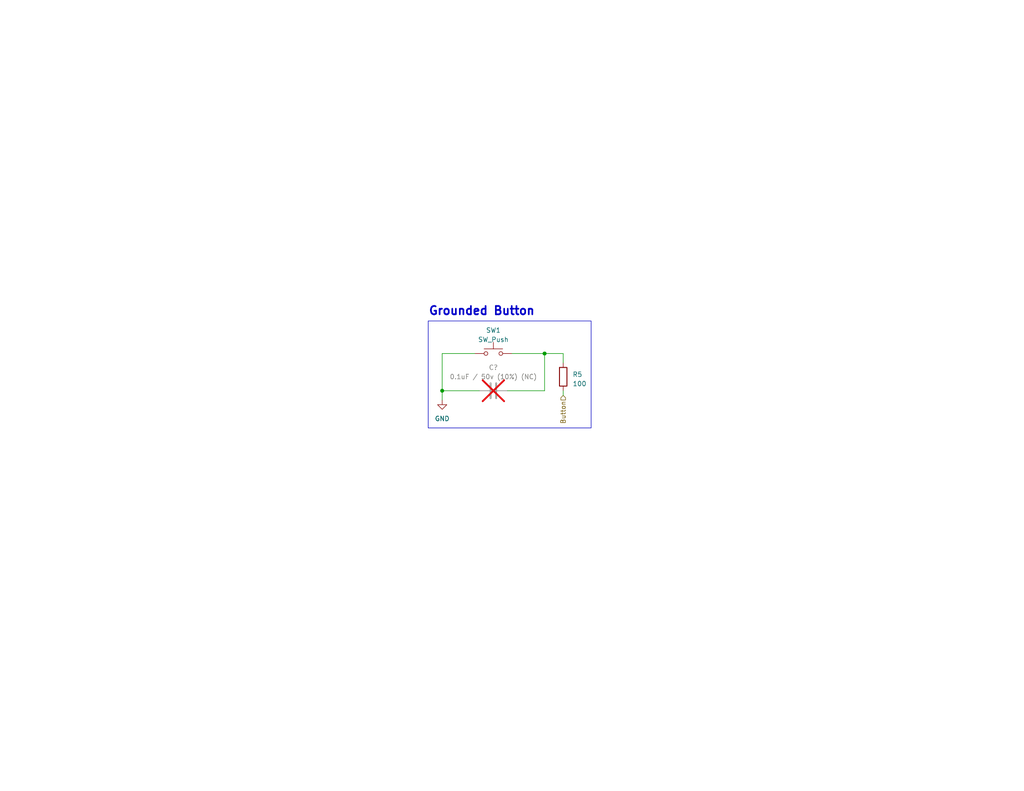
<source format=kicad_sch>
(kicad_sch (version 20230121) (generator eeschema)
  (paper "USLetter")
  (title_block (title "Kwartzlab Environmental Sensor") (date "2023-04-04") (rev "2") (company "Created By: Erin Reed (FireLabs - www.firelabs.ca)"))
  (lib_symbols
    (symbol "Device:C" (pin_numbers hide) (pin_names (offset 0.254))
      (property "Reference" "C" (at 0.635 2.54 0))
      (property "Value" "C" (at 0.635 -2.54 0))
      (symbol "C_0_1"
        (polyline (pts (xy -2.032 -0.762) (xy 2.032 -0.762)) (stroke (width 0.508)))
        (polyline (pts (xy -2.032 0.762) (xy 2.032 0.762)) (stroke (width 0.508)))
      )
      (symbol "C_1_1"
        (pin passive line (at 0 3.81 270) (length 2.794) (name "~") (number "1"))
        (pin passive line (at 0 -3.81 90) (length 2.794) (name "~") (number "2"))
      )
    )
    (symbol "Device:R" (pin_numbers hide) (pin_names (offset 0))
      (property "Reference" "R" (at 2.032 0 90))
      (property "Value" "R" (at 0 0 90))
      (symbol "R_0_1"
        (rectangle (start -1.016 -2.54) (end 1.016 2.54) (stroke (width 0.254)))
      )
      (symbol "R_1_1"
        (pin passive line (at 0 3.81 270) (length 1.27) (name "~") (number "1"))
        (pin passive line (at 0 -3.81 90) (length 1.27) (name "~") (number "2"))
      )
    )
    (symbol "Switch:SW_Push" (pin_numbers hide) (pin_names (offset 1.016) hide)
      (property "Reference" "SW" (at 1.27 2.54 0))
      (property "Value" "SW_Push" (at 0 -1.524 0))
      (symbol "SW_Push_0_1"
        (circle (center -2.032 0) (radius 0.508))
        (polyline (pts (xy 0 1.27) (xy 0 3.048)))
        (polyline (pts (xy 2.54 1.27) (xy -2.54 1.27)))
        (circle (center 2.032 0) (radius 0.508))
        (pin passive line (at -5.08 0 0) (length 2.54) (name "1") (number "1"))
        (pin passive line (at 5.08 0 180) (length 2.54) (name "2") (number "2"))
      )
    )
    (symbol "power:GND" (power) (pin_names (offset 0))
      (property "Value" "GND" (at 0 -3.81 0))
      (symbol "GND_0_1"
        (polyline (pts (xy 0 0) (xy 0 -1.27) (xy 1.27 -1.27) (xy 0 -2.54) (xy -1.27 -1.27) (xy 0 -1.27)))
      )
      (symbol "GND_1_1"
        (pin power_in line (at 0 0 270) (length 0) hide (name "GND") (number "1"))
      )
    )
  )
  (junction (at 120.65 106.68))
  (junction (at 148.59 96.52))
  (wire (pts (xy 138.43 106.68) (xy 148.59 106.68)))
  (wire (pts (xy 153.67 99.06) (xy 153.67 96.52)))
  (wire (pts (xy 120.65 106.68) (xy 130.81 106.68)))
  (wire (pts (xy 139.7 96.52) (xy 148.59 96.52)))
  (wire (pts (xy 129.54 96.52) (xy 120.65 96.52)))
  (wire (pts (xy 148.59 96.52) (xy 153.67 96.52)))
  (wire (pts (xy 120.65 96.52) (xy 120.65 106.68)))
  (wire (pts (xy 120.65 106.68) (xy 120.65 109.22)))
  (wire (pts (xy 153.67 106.68) (xy 153.67 107.95)))
  (wire (pts (xy 148.59 106.68) (xy 148.59 96.52)))
  (rectangle (start 116.84 87.63) (end 161.29 116.84))
  (text "Grounded Button" (at 116.84 86.36 0) (effects (font (size 2.27 2.27) (thickness 0.454) bold) (justify left bottom)))
  (hierarchical_label "Button" (shape input) (at 153.67 107.95 270))
  (symbol (lib_id "power:GND") (at 120.65 109.22 0) (unit 1)
    (property "Reference" "#PWR01" (effects hide))
    (property "Value" "GND" (at 120.65 114.3 0))
  )
  (symbol (lib_id "Device:R") (at 153.67 102.87 0) (unit 1)
    (property "Reference" "R5" (at 156.21 102.235 0) (effects (justify left)))
    (property "Value" "100" (at 156.21 104.775 0) (effects (justify left)))
    (property "Footprint" "PCM_Resistor_SMD_AKL:R_0603_1608Metric" (effects hide))
    (property "Datasheet" "https://www.seielect.com/Catalog/SEI-RMCF_RMCP.pdf" (effects hide))
    (property "DigiKey" "RMCF0603JT5K10CT-ND" (effects hide))
    (instances (project "KwartzLab-SensorBoard-Rev2" (path "" (reference "R5") (unit 1)) (path "" (reference "R?") (unit 1)) (path "" (reference "R7") (unit 1))) (project "connector_usb_c" (path "" (reference "R2") (unit 1))))
  )
  (symbol (lib_id "Switch:SW_Push") (at 134.62 96.52 0) (unit 1)
    (property "Reference" "SW1" (at 134.62 90.17 0))
    (property "Value" "SW_Push" (at 134.62 92.71 0))
    (property "Footprint" "Button_Switch_SMD:SW_Tactile_SPST_NO_Straight_CK_PTS636Sx25SMTRLFS" (effects hide))
  )
  (symbol (lib_id "Device:C") (at 134.62 106.68 90) (unit 1) (dnp yes)
    (property "Reference" "C?" (at 134.62 100.33 90))
    (property "Value" "0.1uF / 50v (10%) (NC)" (at 134.62 102.87 90))
    (property "Footprint" "Capacitor_SMD:C_0603_1608Metric" (effects hide))
  )
)
</source>
